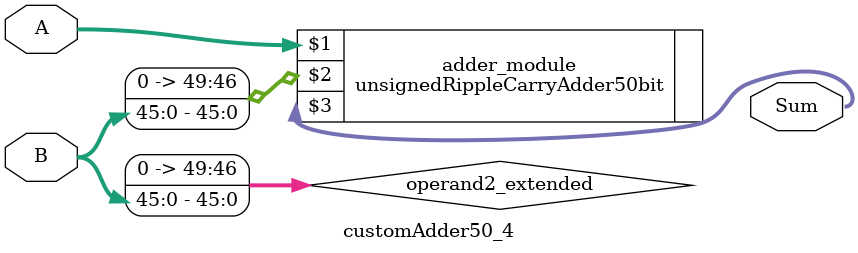
<source format=v>
module customAdder50_4(
                        input [49 : 0] A,
                        input [45 : 0] B,
                        
                        output [50 : 0] Sum
                );

        wire [49 : 0] operand2_extended;
        
        assign operand2_extended =  {4'b0, B};
        
        unsignedRippleCarryAdder50bit adder_module(
            A,
            operand2_extended,
            Sum
        );
        
        endmodule
        
</source>
